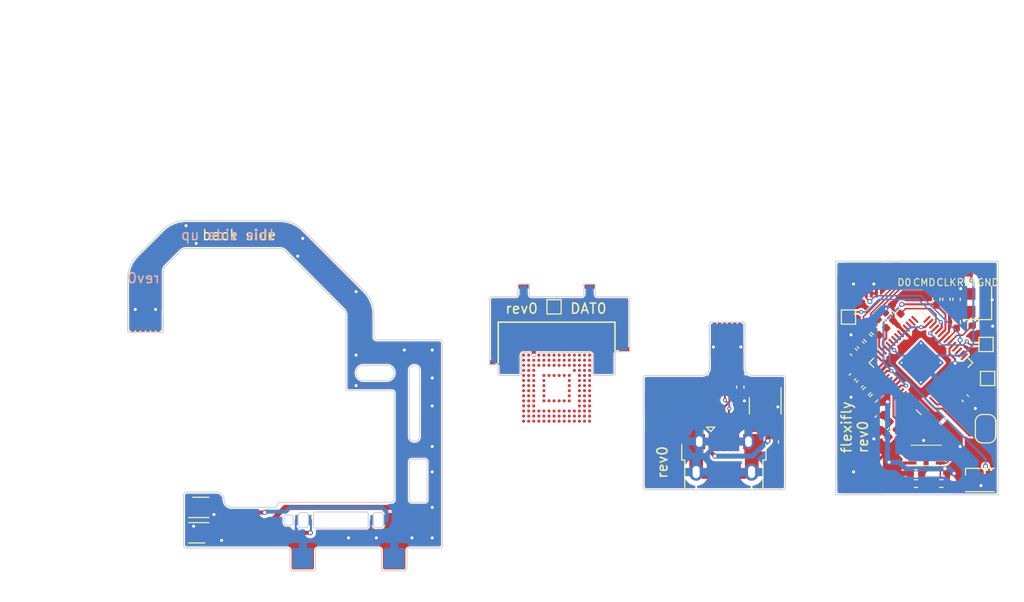
<source format=kicad_pcb>
(kicad_pcb (version 20221018) (generator pcbnew)

  (general
    (thickness 0.115)
  )

  (paper "A4")
  (layers
    (0 "F.Cu" signal)
    (31 "B.Cu" signal)
    (32 "B.Adhes" user "B.Adhesive")
    (33 "F.Adhes" user "F.Adhesive")
    (34 "B.Paste" user)
    (35 "F.Paste" user)
    (36 "B.SilkS" user "B.Silkscreen")
    (37 "F.SilkS" user "F.Silkscreen")
    (38 "B.Mask" user)
    (39 "F.Mask" user)
    (40 "Dwgs.User" user "User.Drawings")
    (41 "Cmts.User" user "User.Comments")
    (42 "Eco1.User" user "User.Eco1")
    (43 "Eco2.User" user "User.Eco2")
    (44 "Edge.Cuts" user)
    (45 "Margin" user)
    (46 "B.CrtYd" user "B.Courtyard")
    (47 "F.CrtYd" user "F.Courtyard")
    (48 "B.Fab" user)
    (49 "F.Fab" user)
    (50 "User.1" user)
    (51 "User.2" user)
    (52 "User.3" user)
    (53 "User.4" user)
    (54 "User.5" user)
    (55 "User.6" user)
    (56 "User.7" user)
    (57 "User.8" user)
    (58 "User.9" user)
  )

  (setup
    (stackup
      (layer "F.SilkS" (type "Top Silk Screen"))
      (layer "F.Paste" (type "Top Solder Paste"))
      (layer "F.Mask" (type "Top Solder Mask") (thickness 0.01))
      (layer "F.Cu" (type "copper") (thickness 0.035))
      (layer "dielectric 1" (type "core") (color "Polyimide") (thickness 0.025) (material "Polyimide") (epsilon_r 3.2) (loss_tangent 0.004))
      (layer "B.Cu" (type "copper") (thickness 0.035))
      (layer "B.Mask" (type "Bottom Solder Mask") (thickness 0.01))
      (layer "B.Paste" (type "Bottom Solder Paste"))
      (layer "B.SilkS" (type "Bottom Silk Screen"))
      (copper_finish "None")
      (dielectric_constraints no)
    )
    (pad_to_mask_clearance 0)
    (pcbplotparams
      (layerselection 0x00010fc_ffffffff)
      (plot_on_all_layers_selection 0x0000000_00000000)
      (disableapertmacros false)
      (usegerberextensions false)
      (usegerberattributes true)
      (usegerberadvancedattributes true)
      (creategerberjobfile true)
      (dashed_line_dash_ratio 12.000000)
      (dashed_line_gap_ratio 3.000000)
      (svgprecision 4)
      (plotframeref false)
      (viasonmask false)
      (mode 1)
      (useauxorigin false)
      (hpglpennumber 1)
      (hpglpenspeed 20)
      (hpglpendiameter 15.000000)
      (dxfpolygonmode true)
      (dxfimperialunits true)
      (dxfusepcbnewfont true)
      (psnegative false)
      (psa4output false)
      (plotreference true)
      (plotvalue true)
      (plotinvisibletext false)
      (sketchpadsonfab false)
      (subtractmaskfromsilk false)
      (outputformat 1)
      (mirror false)
      (drillshape 1)
      (scaleselection 1)
      (outputdirectory "")
    )
  )

  (net 0 "")
  (net 1 "+3V3")
  (net 2 "GND")
  (net 3 "/XIN")
  (net 4 "Net-(C3-Pad2)")
  (net 5 "+1V1")
  (net 6 "GND1")
  (net 7 "VBUS")
  (net 8 "unconnected-(D1-DOUT-Pad2)")
  (net 9 "/STATUS_LED")
  (net 10 "Net-(J6-Pin_3)")
  (net 11 "GND2")
  (net 12 "/QSPI_~{CS}")
  (net 13 "/~{USB_BOOT}")
  (net 14 "/XOUT")
  (net 15 "/USB_DP")
  (net 16 "/DP")
  (net 17 "/NX_CLK")
  (net 18 "Net-(U1-GPIO27_ADC1)")
  (net 19 "/NX_CMD")
  (net 20 "Net-(U1-GPIO28_ADC2)")
  (net 21 "/NX_D0")
  (net 22 "Net-(U1-GPIO29_ADC3)")
  (net 23 "/RP2040_~{USB_BOOT}")
  (net 24 "/TRAINING_RESET_A")
  (net 25 "/TRAINING_RESET_B")
  (net 26 "unconnected-(U1-GPIO2-Pad4)")
  (net 27 "unconnected-(U1-GPIO3-Pad5)")
  (net 28 "unconnected-(U1-GPIO4-Pad6)")
  (net 29 "unconnected-(U1-GPIO5-Pad7)")
  (net 30 "unconnected-(U1-GPIO6-Pad8)")
  (net 31 "unconnected-(U1-GPIO7-Pad9)")
  (net 32 "unconnected-(U1-GPIO8-Pad11)")
  (net 33 "unconnected-(U1-GPIO9-Pad12)")
  (net 34 "unconnected-(U1-GPIO10-Pad13)")
  (net 35 "unconnected-(U1-GPIO11-Pad14)")
  (net 36 "unconnected-(U1-GPIO12-Pad15)")
  (net 37 "unconnected-(U1-GPIO13-Pad16)")
  (net 38 "unconnected-(U1-GPIO14-Pad17)")
  (net 39 "/NX_CPU")
  (net 40 "/SWCLK")
  (net 41 "/SWD")
  (net 42 "/RUN")
  (net 43 "unconnected-(U1-GPIO17-Pad28)")
  (net 44 "unconnected-(U1-GPIO18-Pad29)")
  (net 45 "unconnected-(U1-GPIO19-Pad30)")
  (net 46 "unconnected-(U1-GPIO20-Pad31)")
  (net 47 "unconnected-(U1-GPIO21-Pad32)")
  (net 48 "unconnected-(U1-GPIO22-Pad34)")
  (net 49 "unconnected-(U1-GPIO23-Pad35)")
  (net 50 "unconnected-(U1-GPIO24-Pad36)")
  (net 51 "unconnected-(U1-GPIO25-Pad37)")
  (net 52 "/NX_RST")
  (net 53 "/QSPI_SD3")
  (net 54 "/QSPI_CLK")
  (net 55 "/QSPI_SD0")
  (net 56 "/QSPI_SD2")
  (net 57 "/QSPI_SD1")
  (net 58 "/D+")
  (net 59 "/D-")
  (net 60 "Net-(C16-Pad1)")
  (net 61 "Net-(C15-Pad1)")
  (net 62 "/DAT0")
  (net 63 "unconnected-(J3-ID-Pad4)")
  (net 64 "/USB_DN")
  (net 65 "/DN")

  (footprint "TestPoint:TestPoint_Pad_1.0x1.0mm" (layer "F.Cu") (at 167.25 52.5))

  (footprint "Capacitor_SMD:C_0402_1005Metric_Pad0.74x0.62mm_HandSolder" (layer "F.Cu") (at 178.75 60.5 135))

  (footprint "Capacitor_SMD:C_0402_1005Metric_Pad0.74x0.62mm_HandSolder" (layer "F.Cu") (at 168.35 59.1 45))

  (footprint "Capacitor_SMD:C_0402_1005Metric_Pad0.74x0.62mm_HandSolder" (layer "F.Cu") (at 177.9 50.75 -90))

  (footprint "Resistor_SMD:R_0402_1005Metric_Pad0.72x0.64mm_HandSolder" (layer "F.Cu") (at 171.95 51.75 -45))

  (footprint "TestPoint:TestPoint_Pad_1.0x1.0mm" (layer "F.Cu") (at 138.25 51.5))

  (footprint "Capacitor_SMD:C_0402_1005Metric_Pad0.74x0.62mm_HandSolder" (layer "F.Cu") (at 175.9 50.75 -90))

  (footprint "flexifly:FPC_1x06_P0.50mm" (layer "F.Cu") (at 155.295832 53.75))

  (footprint "TestPoint:TestPoint_Pad_1.0x1.0mm" (layer "F.Cu") (at 177 48))

  (footprint "TestPoint:TestPoint_Pad_1.0x1.0mm" (layer "F.Cu") (at 181 48))

  (footprint "TestPoint:TestPoint_Pad_1.0x1.0mm" (layer "F.Cu") (at 180.8 55.2))

  (footprint "flexifly:HCTL_HC-FPC-05-09-6RLTAG_1x06-1MP_P0.50mm_Horizontal" (layer "F.Cu") (at 168.75 47.275 180))

  (footprint "flexifly:dat0_adapter" (layer "F.Cu") (at 138.5 56))

  (footprint "TestPoint:TestPoint_Pad_1.0x1.0mm" (layer "F.Cu") (at 179 48))

  (footprint "Capacitor_SMD:C_0402_1005Metric_Pad0.74x0.62mm_HandSolder" (layer "F.Cu") (at 171.6 63.95 45))

  (footprint "Crystal:Crystal_SMD_2520-4Pin_2.5x2.0mm" (layer "F.Cu") (at 179.95 51.1 90))

  (footprint "Capacitor_SMD:C_0402_1005Metric_Pad0.74x0.62mm_HandSolder" (layer "F.Cu") (at 170.2 62.55 45))

  (footprint "flexifly:FBGA_153_P0.50mm" (layer "F.Cu") (at 138.5 59.505))

  (footprint "Resistor_SMD:R_0402_1005Metric_Pad0.72x0.64mm_HandSolder" (layer "F.Cu") (at 169.75 60.5 45))

  (footprint "Capacitor_SMD:C_0402_1005Metric_Pad0.74x0.62mm_HandSolder" (layer "F.Cu") (at 176.55 62.75 135))

  (footprint "Capacitor_SMD:C_0402_1005Metric_Pad0.74x0.62mm_HandSolder" (layer "F.Cu") (at 156.595832 59.4 90))

  (footprint "flexifly:W25QxxxxUXxx" (layer "F.Cu") (at 174.9 66.125))

  (footprint "Capacitor_SMD:C_0402_1005Metric_Pad0.74x0.62mm_HandSolder" (layer "F.Cu") (at 176.9 50.75 -90))

  (footprint "TestPoint:TestPoint_Pad_1.0x1.0mm" (layer "F.Cu") (at 180.95 58.55))

  (footprint "TestPoint:TestPoint_Pad_1.0x1.0mm" (layer "F.Cu") (at 175 48))

  (footprint "Capacitor_SMD:C_0402_1005Metric_Pad0.74x0.62mm_HandSolder" (layer "F.Cu") (at 171.25 52.45 -45))

  (footprint "Capacitor_SMD:C_0402_1005Metric_Pad0.74x0.62mm_HandSolder" (layer "F.Cu") (at 159.995832 64.8 -90))

  (footprint "TestPoint:TestPoint_Pad_1.0x1.0mm" (layer "F.Cu") (at 173 48))

  (footprint "flexifly:MicroFET_2x2" (layer "F.Cu") (at 103.25 73.75 90))

  (footprint "flexifly:Conn_BGA_shim" (layer "F.Cu") (at 136.25 56.25))

  (footprint "flexifly:SW_SPST_XKB_1187A-B-A-B" (layer "F.Cu") (at 150.795832 60.95 180))

  (footprint "Capacitor_SMD:C_0402_1005Metric_Pad0.74x0.62mm_HandSolder" (layer "F.Cu") (at 168.45 55.25 -45))

  (footprint "Jumper:SolderJumper-2_P1.3mm_Open_RoundedPad1.0x1.5mm" (layer "F.Cu") (at 180.75 63.5 -90))

  (footprint "Package_TO_SOT_SMD:SOT-23-3" (layer "F.Cu") (at 159.045832 61.25 -90))

  (footprint "Capacitor_SMD:C_0402_1005Metric_Pad0.74x0.62mm_HandSolder" (layer "F.Cu") (at 167.75 55.95 -45))

  (footprint "Capacitor_SMD:C_0402_1005Metric_Pad0.74x0.62mm_HandSolder" (layer "F.Cu") (at 180 53.35 180))

  (footprint "flexifly:MicroFET_2x2" (layer "F.Cu") (at 103.25 71.25 -90))

  (footprint "Resistor_SMD:R_0402_1005Metric_Pad0.72x0.64mm_HandSolder" (layer "F.Cu") (at 176.4 68.9 180))

  (footprint "flexifly:FPC_1x06_P0.50mm" (layer "F.Cu") (at 98 53.25 180))

  (footprint "LED_SMD:LED_WS2812B-2020_PLCC4_2.0x2.0mm" (layer "F.Cu") (at 180.2 68.55))

  (footprint "Capacitor_SMD:C_0402_1005Metric_Pad0.74x0.62mm_HandSolder" (layer "F.Cu") (at 170.9 63.25 45))

  (footprint "Capacitor_SMD:C_0402_1005Metric_Pad0.74x0.62mm_HandSolder" (layer "F.Cu") (at 173.9 67.9))

  (footprint "Capacitor_SMD:C_0402_1005Metric_Pad0.74x0.62mm_HandSolder" (layer "F.Cu") (at 167.65 58.4 -135))

  (footprint "Resistor_SMD:R_0402_1005Metric_Pad0.72x0.64mm_HandSolder" (layer "F.Cu") (at 173.9 68.9))

  (footprint "Resistor_SMD:R_0402_1005Metric_Pad0.72x0.64mm_HandSolder" (layer "F.Cu") (at 169.05 59.8 -135))

  (footprint "Connector_USB:USB_Micro-B_Amphenol_10103594-0001LF_Horizontal" (layer "F.Cu") (at 155.000832 66.65))

  (footprint "Resistor_SMD:R_0402_1005Metric_Pad0.72x0.64mm_HandSolder" (layer "F.Cu") (at 170.55 53.15 -45))

  (footprint "Package_DFN_QFN:QFN-56-1EP_7x7mm_P0.4mm_EP3.2x3.2mm_ThermalVias" (layer "F.Cu") (at 174.384996 57 135))

  (footprint "Resistor_SMD:R_0402_1005Metric_Pad0.72x0.64mm_HandSolder" (layer "F.Cu")
    (tstamp f66f780e-8e96-4263-ba6e-7db2534b83ed)
    (at 169.15 54.55 -45)
    (descr "Resistor SMD 0402 (1005 Metric), square (rectangular) end terminal, IPC_7351 nominal with elongated pad for handsoldering. (Body size source: IPC-SM-782 page 72, https://www.pcb-3d.com/wordpress/wp-content/uploads/ipc-sm-782a_amendment_1_and_2.pdf), generated with kicad-footprint-generator")
    (tags "resistor handsolder")
    (property "Sheetfile" "flexifly.kicad_sch")
    (property "Sheetname" "")
    (property "ki_description" "Resistor")
    (property "ki_keywords" "R res resistor")
    (path "/da71d225-6811-4f4b-8b25-170048691591")
    (attr smd)
    (fp_text reference "R8" (at 0 -1.17 135) (layer "F.SilkS") hide
        (effects (font (size 1 1) (thickness 0.15)))
      (tstamp 1d35a5ea-0cb8-4710-bab4-ca7c9e48dbd4)
    )
    (fp_text value "47" (at 0 1.17 135) (layer "F.Fab")
        (effects (font (size 1 1) (thickness 0.15)))
      (tstamp a0665810-8934-421a-ad41-048e41c8e2
... [364721 chars truncated]
</source>
